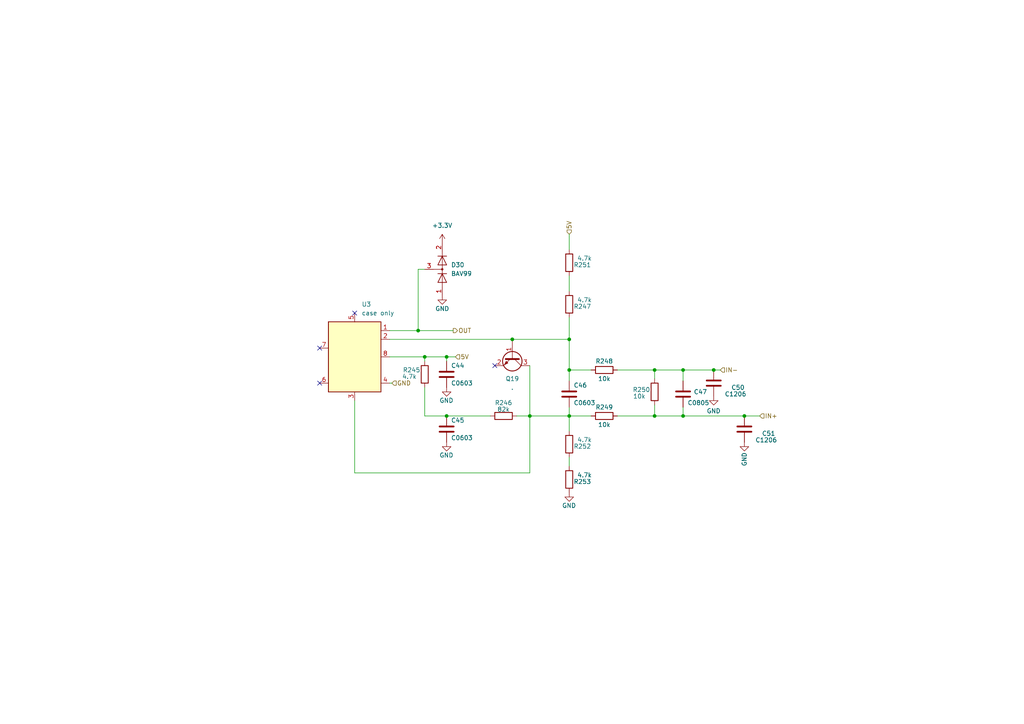
<source format=kicad_sch>
(kicad_sch (version 20211123) (generator eeschema)
  (paper "A4")
  (lib_symbols
    (symbol "Device:C" (pin_numbers hide) (pin_names (offset 0.254))
      (property "Reference" "C" (at 0.635 2.54 0))
      (property "Value" "C" (at 0.635 -2.54 0))
      (symbol "C_0_1"
        (polyline (pts (xy -2.032 -0.762) (xy 2.032 -0.762)) (stroke (width 0.508)))
        (polyline (pts (xy -2.032 0.762) (xy 2.032 0.762)) (stroke (width 0.508)))
      )
      (symbol "C_1_1"
        (pin passive line (at 0 3.81 270) (length 2.794) (name "~") (number "1"))
        (pin passive line (at 0 -3.81 90) (length 2.794) (name "~") (number "2"))
      )
    )
    (symbol "Device:R" (pin_numbers hide) (pin_names (offset 0))
      (property "Reference" "R" (at 2.032 0 90))
      (property "Value" "R" (at 0 0 90))
      (symbol "R_0_1"
        (rectangle (start -1.016 -2.54) (end 1.016 2.54) (stroke (width 0.254)))
      )
      (symbol "R_1_1"
        (pin passive line (at 0 3.81 270) (length 1.27) (name "~") (number "1"))
        (pin passive line (at 0 -3.81 90) (length 1.27) (name "~") (number "2"))
      )
    )
    (symbol "Diode:BAV99" (pin_names hide)
      (property "Reference" "D" (at 0 5.08 0))
      (property "Value" "BAV99" (at 0 2.54 0))
      (symbol "BAV99_0_1"
        (polyline (pts (xy -5.08 0) (xy 5.08 0)))
      )
      (symbol "BAV99_1_1"
        (polyline (pts (xy 0 0) (xy 0 -2.54)))
        (polyline (pts (xy -1.27 -1.27) (xy -1.27 1.27) (xy -1.27 1.27)) (stroke (width 0.2032)))
        (polyline (pts (xy 3.81 1.27) (xy 3.81 -1.27) (xy 3.81 -1.27)) (stroke (width 0.2032)))
        (polyline (pts (xy -3.81 1.27) (xy -1.27 0) (xy -3.81 -1.27) (xy -3.81 1.27) (xy -3.81 1.27) (xy -3.81 1.27)) (stroke (width 0.2032)))
        (polyline (pts (xy 1.27 1.27) (xy 3.81 0) (xy 1.27 -1.27) (xy 1.27 1.27) (xy 1.27 1.27) (xy 1.27 1.27)) (stroke (width 0.2032)))
        (circle (center 0 0) (radius 0.254) (fill (type outline)))
        (pin passive line (at -7.62 0 0) (length 2.54) (name "K") (number "1"))
        (pin passive line (at 7.62 0 180) (length 2.54) (name "A") (number "2"))
        (pin passive line (at 0 -5.08 90) (length 2.54) (name "K") (number "3"))
      )
    )
    (symbol "Regulator_Controller:L6727" (pin_names hide)
      (property "Reference" "U3" (at 2.0194 15.24 0))
      (property "Value" "case only" (at 2.0194 12.7 0))
      (symbol "L6727_0_0"
        (rectangle (start -7.62 10.16) (end 7.62 -10.16) (stroke (width 0.254)) (fill (type background)))
      )
      (symbol "L6727_1_1"
        (pin passive line (at 10.16 7.62 180) (length 2.54) (name "BOOT") (number "1"))
        (pin passive line (at 10.16 5.08 180) (length 2.54) (name "UGATE") (number "2"))
        (pin passive line (at 0 -12.7 90) (length 2.54) (name "GND") (number "3"))
        (pin passive line (at 10.16 -7.62 180) (length 2.54) (name "LGATE") (number "4"))
        (pin passive line (at 0 12.7 270) (length 2.54) (name "VCC") (number "5"))
        (pin passive line (at -10.16 -7.62 0) (length 2.54) (name "FB") (number "6"))
        (pin passive line (at -10.16 2.54 0) (length 2.54) (name "COMP/DIS/OC") (number "7"))
        (pin passive line (at 10.16 0 180) (length 2.54) (name "PHASE") (number "8"))
      )
    )
    (symbol "Transistor_BJT:BC847" (pin_names (offset 0) hide)
      (property "Reference" "Q" (at 5.08 1.905 0))
      (property "Value" "BC847" (at 5.08 0 0))
      (symbol "BC847_0_1"
        (polyline (pts (xy 0.635 0.635) (xy 2.54 2.54)))
        (polyline (pts (xy 0.635 -0.635) (xy 2.54 -2.54) (xy 2.54 -2.54)))
        (polyline (pts (xy 0.635 1.905) (xy 0.635 -1.905) (xy 0.635 -1.905)) (stroke (width 0.508)))
        (polyline (pts (xy 1.27 -1.778) (xy 1.778 -1.27) (xy 2.286 -2.286) (xy 1.27 -1.778) (xy 1.27 -1.778)) (fill (type outline)))
        (circle (center 1.27 0) (radius 2.8194) (stroke (width 0.254)))
      )
      (symbol "BC847_1_1"
        (pin input line (at -5.08 0 0) (length 5.715) (name "B") (number "1"))
        (pin passive line (at 2.54 -5.08 90) (length 2.54) (name "E") (number "2"))
        (pin passive line (at 2.54 5.08 270) (length 2.54) (name "C") (number "3"))
      )
    )
    (symbol "power:+3.3V" (power) (pin_names (offset 0))
      (property "Value" "+3.3V" (at 0 3.556 0))
      (symbol "+3.3V_0_1"
        (polyline (pts (xy -0.762 1.27) (xy 0 2.54)))
        (polyline (pts (xy 0 0) (xy 0 2.54)))
        (polyline (pts (xy 0 2.54) (xy 0.762 1.27)))
      )
      (symbol "+3.3V_1_1"
        (pin power_in line (at 0 0 90) (length 0) hide (name "+3.3V") (number "1"))
      )
    )
    (symbol "power:GND" (power) (pin_names (offset 0))
      (property "Value" "GND" (at 0 -3.81 0))
      (symbol "GND_0_1"
        (polyline (pts (xy 0 0) (xy 0 -1.27) (xy 1.27 -1.27) (xy 0 -2.54) (xy -1.27 -1.27) (xy 0 -1.27)))
      )
      (symbol "GND_1_1"
        (pin power_in line (at 0 0 270) (length 0) hide (name "GND") (number "1"))
      )
    )
  )
  (junction (at 198.12 107.315))
  (junction (at 129.54 103.505))
  (junction (at 123.19 103.505))
  (junction (at 165.1 120.65))
  (junction (at 153.67 120.65))
  (junction (at 215.9 120.65))
  (junction (at 189.865 120.65))
  (junction (at 207.01 107.315))
  (junction (at 198.12 120.65))
  (junction (at 148.59 98.425))
  (junction (at 129.54 120.65))
  (junction (at 165.1 107.315))
  (junction (at 165.1 98.425))
  (junction (at 189.865 107.315))
  (junction (at 121.285 95.885))
  (no_connect (at 143.51 106.045))
  (no_connect (at 102.87 90.805))
  (no_connect (at 92.71 111.125))
  (no_connect (at 92.71 100.965))
  (wire (pts (xy 153.67 106.045) (xy 153.67 120.65)))
  (wire (pts (xy 198.12 107.315) (xy 207.01 107.315)))
  (wire (pts (xy 129.54 103.505) (xy 123.19 103.505)))
  (wire (pts (xy 189.865 120.65) (xy 198.12 120.65)))
  (wire (pts (xy 131.445 95.885) (xy 121.285 95.885)))
  (wire (pts (xy 171.45 107.315) (xy 165.1 107.315)))
  (wire (pts (xy 123.19 120.65) (xy 129.54 120.65)))
  (wire (pts (xy 102.87 137.16) (xy 153.67 137.16)))
  (wire (pts (xy 198.12 120.65) (xy 215.9 120.65)))
  (wire (pts (xy 149.86 120.65) (xy 153.67 120.65)))
  (wire (pts (xy 121.285 95.885) (xy 113.03 95.885)))
  (wire (pts (xy 189.865 107.315) (xy 198.12 107.315)))
  (wire (pts (xy 123.19 103.505) (xy 123.19 104.775)))
  (wire (pts (xy 165.1 107.315) (xy 165.1 98.425)))
  (wire (pts (xy 179.07 120.65) (xy 189.865 120.65)))
  (wire (pts (xy 165.1 92.075) (xy 165.1 98.425)))
  (wire (pts (xy 165.1 132.6412) (xy 165.1 135.255)))
  (wire (pts (xy 153.67 120.65) (xy 153.67 137.16)))
  (wire (pts (xy 129.54 103.505) (xy 129.54 104.775)))
  (wire (pts (xy 198.12 120.65) (xy 198.12 118.11)))
  (wire (pts (xy 171.45 120.65) (xy 165.1 120.65)))
  (wire (pts (xy 123.19 78.105) (xy 121.285 78.105)))
  (wire (pts (xy 132.08 103.505) (xy 129.54 103.505)))
  (wire (pts (xy 165.1 98.425) (xy 148.59 98.425)))
  (wire (pts (xy 165.1 120.65) (xy 165.1 118.11)))
  (wire (pts (xy 165.1 120.65) (xy 165.1 125.0212)))
  (wire (pts (xy 189.865 120.65) (xy 189.865 117.475)))
  (wire (pts (xy 165.1 80.01) (xy 165.1 84.455)))
  (wire (pts (xy 189.865 107.315) (xy 189.865 109.855)))
  (wire (pts (xy 129.54 120.65) (xy 142.24 120.65)))
  (wire (pts (xy 123.19 112.395) (xy 123.19 120.65)))
  (wire (pts (xy 165.1 110.49) (xy 165.1 107.315)))
  (wire (pts (xy 215.9 120.65) (xy 220.345 120.65)))
  (wire (pts (xy 207.01 107.315) (xy 208.915 107.315)))
  (wire (pts (xy 113.03 111.125) (xy 113.665 111.125)))
  (wire (pts (xy 198.12 110.49) (xy 198.12 107.315)))
  (wire (pts (xy 121.285 78.105) (xy 121.285 95.885)))
  (wire (pts (xy 123.19 103.505) (xy 113.03 103.505)))
  (wire (pts (xy 102.87 116.205) (xy 102.87 137.16)))
  (wire (pts (xy 179.07 107.315) (xy 189.865 107.315)))
  (wire (pts (xy 165.1 67.945) (xy 165.1 72.39)))
  (wire (pts (xy 113.03 98.425) (xy 148.59 98.425)))
  (wire (pts (xy 153.67 120.65) (xy 165.1 120.65)))
  (hierarchical_label "IN-" (shape input) (at 208.915 107.315 0))
  (hierarchical_label "5V" (shape input) (at 132.08 103.505 0))
  (hierarchical_label "GND" (shape input) (at 113.665 111.125 0))
  (hierarchical_label "IN+" (shape input) (at 220.345 120.65 0))
  (hierarchical_label "5V" (shape input) (at 165.1 67.945 90))
  (hierarchical_label "OUT" (shape output) (at 131.445 95.885 0))
  (symbol (lib_id "Regulator_Controller:L6727") (at 102.87 103.505 0) (unit 1)
    (property "Reference" "U3" (at 104.8894 88.265 0) (effects (justify left)))
    (property "Value" "case only" (at 104.8894 90.805 0) (effects (justify left)))
    (property "Footprint" "Package_SO:SOIC-8_3.9x4.9mm_P1.27mm" (effects hide))
    (property "Datasheet" "http://www.st.com/resource/en/datasheet/l6727.pdf" (effects hide))
  )
  (symbol (lib_id "Device:R") (at 146.05 120.65 270) (mirror x) (unit 1)
    (property "Reference" "R246" (at 146.05 116.84 90))
    (property "Value" "82k" (at 146.05 118.745 90))
    (property "Footprint" "Resistor_SMD:R_0603_1608Metric" (effects hide))
  )
  (symbol (lib_id "power:GND") (at 215.9 128.27 0) (unit 1)
    (property "Reference" "#PWR0352" (effects hide))
    (property "Value" "GND" (at 215.9 135.255 90) (effects (justify left)))
  )
  (symbol (lib_id "Device:C") (at 207.01 111.125 0) (unit 1)
    (property "Reference" "C50" (at 212.09 112.395 0) (effects (justify left)))
    (property "Value" "C1206" (at 210.185 114.3 0) (effects (justify left)))
    (property "Footprint" "Capacitor_SMD:C_1206_3216Metric" (effects hide))
    (property "PageName" "stm32f407_board" (effects hide))
    (property "Part #" "C1206" (effects hide))
  )
  (symbol (lib_id "Device:R") (at 165.1 139.065 0) (mirror y) (unit 1)
    (property "Reference" "R253" (at 168.91 139.7 0))
    (property "Value" "4.7k" (at 169.545 137.795 0))
    (property "Footprint" "Resistor_SMD:R_0603_1608Metric" (effects hide))
  )
  (symbol (lib_id "power:GND") (at 129.54 128.27 0) (mirror y) (unit 1)
    (property "Reference" "#PWR013" (effects hide))
    (property "Value" "GND" (at 131.533 132.0341 0) (effects (justify left)))
  )
  (symbol (lib_id "Device:R") (at 175.26 120.65 270) (mirror x) (unit 1)
    (property "Reference" "R249" (at 175.26 118.11 90))
    (property "Value" "10k" (at 175.26 123.19 90))
    (property "Footprint" "Resistor_SMD:R_0805_2012Metric" (effects hide))
  )
  (symbol (lib_id "Device:C") (at 129.54 124.46 0) (unit 1)
    (property "Reference" "C45" (at 130.81 121.92 0) (effects (justify left)))
    (property "Value" "C0603" (at 130.81 127 0) (effects (justify left)))
    (property "Footprint" "Capacitor_SMD:C_0603_1608Metric" (effects hide))
    (property "PageName" "stm32f407_board" (effects hide))
    (property "Part #" "C0603" (effects hide))
  )
  (symbol (lib_id "power:+3.3V") (at 128.27 70.485 0) (mirror y) (unit 1)
    (property "Reference" "#PWR0261" (effects hide))
    (property "Value" "+3.3V" (at 128.27 65.405 0))
  )
  (symbol (lib_id "Device:R") (at 165.1 128.8312 0) (mirror y) (unit 1)
    (property "Reference" "R252" (at 168.91 129.4662 0))
    (property "Value" "4.7k" (at 169.545 127.5612 0))
    (property "Footprint" "Resistor_SMD:R_0603_1608Metric" (effects hide))
  )
  (symbol (lib_id "power:GND") (at 207.01 114.935 0) (unit 1)
    (property "Reference" "#PWR0351" (effects hide))
    (property "Value" "GND" (at 204.9374 119.1981 0) (effects (justify left)))
  )
  (symbol (lib_id "Device:R") (at 175.26 107.315 270) (mirror x) (unit 1)
    (property "Reference" "R248" (at 175.26 104.775 90))
    (property "Value" "10k" (at 175.26 109.855 90))
    (property "Footprint" "Resistor_SMD:R_0805_2012Metric" (effects hide))
  )
  (symbol (lib_id "power:GND") (at 129.54 112.395 0) (mirror y) (unit 1)
    (property "Reference" "#PWR012" (effects hide))
    (property "Value" "GND" (at 131.533 116.1591 0) (effects (justify left)))
  )
  (symbol (lib_id "power:GND") (at 128.27 85.725 0) (mirror y) (unit 1)
    (property "Reference" "#PWR0258" (effects hide))
    (property "Value" "GND" (at 128.27 89.535 0))
  )
  (symbol (lib_id "Transistor_BJT:BC847") (at 148.59 103.505 270) (unit 1)
    (property "Reference" "Q19" (at 148.59 109.855 90))
    (property "Value" "." (at 148.59 112.395 90))
    (property "Footprint" "Package_TO_SOT_SMD:SOT-23" (effects hide))
    (property "Datasheet" "http://www.infineon.com/dgdl/Infineon-BC847SERIES_BC848SERIES_BC849SERIES_BC850SERIES-DS-v01_01-en.pdf?fileId=db3a304314dca389011541d4630a1657" (effects hide))
  )
  (symbol (lib_id "Device:C") (at 215.9 124.46 0) (unit 1)
    (property "Reference" "C51" (at 220.98 125.73 0) (effects (justify left)))
    (property "Value" "C1206" (at 219.075 127.635 0) (effects (justify left)))
    (property "Footprint" "Capacitor_SMD:C_1206_3216Metric" (effects hide))
    (property "PageName" "stm32f407_board" (effects hide))
    (property "Part #" "C1206" (effects hide))
  )
  (symbol (lib_id "Diode:BAV99") (at 128.27 78.105 270) (mirror x) (unit 1)
    (property "Reference" "D30" (at 130.81 76.8349 90) (effects (justify left)))
    (property "Value" "BAV99" (at 130.81 79.3749 90) (effects (justify left)))
    (property "Footprint" "Package_TO_SOT_SMD:SOT-23" (effects hide))
    (property "Datasheet" "https://assets.nexperia.com/documents/data-sheet/BAV99_SER.pdf" (effects hide))
  )
  (symbol (lib_id "Device:R") (at 165.1 88.265 0) (mirror y) (unit 1)
    (property "Reference" "R247" (at 168.91 88.9 0))
    (property "Value" "4.7k" (at 169.545 86.995 0))
    (property "Footprint" "Resistor_SMD:R_0603_1608Metric" (effects hide))
  )
  (symbol (lib_id "Device:R") (at 123.19 108.585 0) (mirror x) (unit 1)
    (property "Reference" "R245" (at 119.38 107.315 0))
    (property "Value" "4.7k" (at 118.745 109.22 0))
    (property "Footprint" "Resistor_SMD:R_0603_1608Metric" (effects hide))
  )
  (symbol (lib_id "Device:C") (at 129.54 108.585 0) (unit 1)
    (property "Reference" "C44" (at 130.81 106.045 0) (effects (justify left)))
    (property "Value" "C0603" (at 130.81 111.125 0) (effects (justify left)))
    (property "Footprint" "Capacitor_SMD:C_0603_1608Metric" (effects hide))
    (property "PageName" "stm32f407_board" (effects hide))
    (property "Part #" "C0603" (effects hide))
  )
  (symbol (lib_id "Device:C") (at 198.12 114.3 180) (unit 1)
    (property "Reference" "C47" (at 205.105 113.665 0) (effects (justify left)))
    (property "Value" "C0805" (at 205.74 116.84 0) (effects (justify left)))
    (property "Footprint" "Capacitor_SMD:C_0805_2012Metric" (effects hide))
    (property "Part #" "C0805" (effects hide))
  )
  (symbol (lib_id "Device:R") (at 165.1 76.2 0) (mirror y) (unit 1)
    (property "Reference" "R251" (at 168.91 76.835 0))
    (property "Value" "4.7k" (at 169.545 74.93 0))
    (property "Footprint" "Resistor_SMD:R_0603_1608Metric" (effects hide))
  )
  (symbol (lib_id "power:GND") (at 165.1 142.875 0) (mirror y) (unit 1)
    (property "Reference" "#PWR0384" (effects hide))
    (property "Value" "GND" (at 167.093 146.6391 0) (effects (justify left)))
  )
  (symbol (lib_id "Device:C") (at 165.1 114.3 0) (unit 1)
    (property "Reference" "C46" (at 166.37 111.76 0) (effects (justify left)))
    (property "Value" "C0603" (at 166.37 116.84 0) (effects (justify left)))
    (property "Footprint" "Capacitor_SMD:C_0603_1608Metric" (effects hide))
    (property "PageName" "stm32f407_board" (effects hide))
    (property "Part #" "C0603" (effects hide))
  )
  (symbol (lib_id "Device:R") (at 189.865 113.665 0) (mirror x) (unit 1)
    (property "Reference" "R250" (at 186.055 113.03 0))
    (property "Value" "10k" (at 185.42 114.935 0))
    (property "Footprint" "Resistor_SMD:R_0805_2012Metric" (effects hide))
  )
)
</source>
